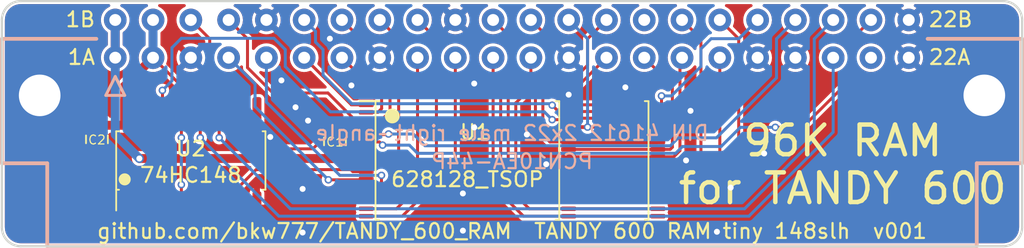
<source format=kicad_pcb>
(kicad_pcb (version 20211014) (generator pcbnew)
  (title_block (title "TANDY 600 RAM tiny 148slh") (date "2022-09-24") (rev "001") (company "Brian K. White - b.kenyon.w@gmail.com") (comment 1 "LICENSE: CC-BY-SA 4.0") (comment 2 "github.com/bkw777/TANDY_600_RAM"))
  (layers (0 "F.Cu" signal) (31 "B.Cu" signal) (34 "B.Paste" user) (35 "F.Paste" user) (36 "B.SilkS" user "B.Silkscreen") (37 "F.SilkS" user "F.Silkscreen") (38 "B.Mask" user) (39 "F.Mask" user) (44 "Edge.Cuts" user))
  (net 0 "")
  (net 1 "GND")
  (net 2 "VMEM")
  (net 3 "VCC")
  (net 4 "/A14")
  (net 5 "/A13")
  (net 6 "/A12")
  (net 7 "/A11")
  (net 8 "/A10")
  (net 9 "/A9")
  (net 10 "/A8")
  (net 11 "/A7")
  (net 12 "/A6")
  (net 13 "/A5")
  (net 14 "/A4")
  (net 15 "/A3")
  (net 16 "/A2")
  (net 17 "/A1")
  (net 18 "/A0")
  (net 19 "/D7")
  (net 20 "/D6")
  (net 21 "/D5")
  (net 22 "/D4")
  (net 23 "/D3")
  (net 24 "/D2")
  (net 25 "/D1")
  (net 26 "/D0")
  (net 27 "/~{OE}")
  (net 28 "/~{WE}")
  (net 29 "/CS2")
  (net 30 "/A15")
  (net 31 "/A16")
  (net 32 "/~{CS1}")
  (net 33 "/~{CS1_B}")
  (net 34 "/~{CS1_C}")
  (net 35 "/~{CS1_A}")
  (footprint "000_LOCAL:TSOP32-dual" (layer "F.Cu") (at 146.05 109.75)
    (fp_text reference "U1" (at -2.492 -1.905) (layer "F.SilkS"))
    (fp_text value "628128_TSOP" (at -3 1.27) (layer "F.SilkS"))
    (fp_line (start 3.175 4) (end 3.175 -4) (layer "F.SilkS") (width 0.12))
    (fp_line (start 3.175 4) (end 2.925 4) (layer "F.SilkS") (width 0.12))
    (fp_line (start 9.175 4) (end 8.925 4) (layer "F.SilkS") (width 0.12))
    (fp_line (start -9.175 4) (end -8.925 4) (layer "F.SilkS") (width 0.12))
    (fp_line (start 9.175 4) (end 9.175 -4) (layer "F.SilkS") (width 0.12))
    (fp_line (start -10.25 -4) (end -8.925 -4) (layer "F.SilkS") (width 0.12))
    (fp_line (start -9.175 -4) (end -9.175 4) (layer "F.SilkS") (width 0.12))
    (fp_line (start 9.175 -4) (end 8.925 -4) (layer "F.SilkS") (width 0.12))
    (fp_line (start 3.175 -4) (end 2.925 -4) (layer "F.SilkS") (width 0.12))
    (fp_circle (center -8.05 -3) (end -8.05 -2.75) (layer "F.SilkS") (width 0.5) (fill none))
    (pad "1" smd roundrect (at -9.8 -3.75 270) (size 0.3 1) (layers "F.Cu" "F.Paste" "F.Mask") (net 7 "/A11"))
    (pad "2" smd roundrect (at -9.8 -3.25 270) (size 0.3 1) (layers "F.Cu" "F.Paste" "F.Mask") (net 9 "/A9"))
    (pad "3" smd roundrect (at -9.8 -2.75 270) (size 0.3 1) (layers "F.Cu" "F.Paste" "F.Mask") (net 10 "/A8"))
    (pad "4" smd roundrect (at -9.8 -2.25 270) (size 0.3 1) (layers "F.Cu" "F.Paste" "F.Mask") (net 5 "/A13"))
    (pad "5" smd roundrect (at -9.8 -1.75 270) (size 0.3 1) (layers "F.Cu" "F.Paste" "F.Mask") (net 28 "/~{WE}"))
    (pad "6" smd roundrect (at -9.8 -1.25 270) (size 0.3 1) (layers "F.Cu" "F.Paste" "F.Mask") (net 29 "/CS2"))
    (pad "7" smd roundrect (at -9.8 -0.75 270) (size 0.3 1) (layers "F.Cu" "F.Paste" "F.Mask") (net 30 "/A15"))
    (pad "8" smd roundrect (at -9.8 -0.25 270) (size 0.3 1) (layers "F.Cu" "F.Paste" "F.Mask") (net 2 "VMEM"))
    (pad "9" smd roundrect (at -9.8 0.25 270) (size 0.3 1) (layers "F.Cu" "F.Paste" "F.Mask"))
    (pad "10" smd roundrect (at -9.8 0.75 270) (size 0.3 1) (layers "F.Cu" "F.Paste" "F.Mask") (net 31 "/A16"))
    (pad "11" smd roundrect (at -9.8 1.25 270) (size 0.3 1) (layers "F.Cu" "F.Paste" "F.Mask") (net 4 "/A14"))
    (pad "12" smd roundrect (at -9.8 1.75 270) (size 0.3 1) (layers "F.Cu" "F.Paste" "F.Mask") (net 6 "/A12"))
    (pad "13" smd roundrect (at -9.8 2.25 270) (size 0.3 1) (layers "F.Cu" "F.Paste" "F.Mask") (net 11 "/A7"))
    (pad "14" smd roundrect (at -9.8 2.75 270) (size 0.3 1) (layers "F.Cu" "F.Paste" "F.Mask") (net 12 "/A6"))
    (pad "15" smd roundrect (at -9.8 3.25 270) (size 0.3 1) (layers "F.Cu" "F.Paste" "F.Mask") (net 13 "/A5"))
    (pad "16" smd roundrect (at -9.8 3.75 270) (size 0.3 1) (layers "F.Cu" "F.Paste" "F.Mask") (net 14 "/A4"))
    (pad "17" smd roundrect (at 9.8 3.75 270) (size 0.3 1) (layers "F.Cu" "F.Paste" "F.Mask") (net 15 "/A3"))
    (pad "17" smd roundrect (at 3.8 3.75 270) (size 0.3 1) (layers "F.Cu" "F.Paste" "F.Mask") (net 15 "/A3"))
    (pad "18" smd roundrect (at 9.8 3.25 270) (size 0.3 1) (layers "F.Cu" "F.Paste" "F.Mask") (net 16 "/A2"))
    (pad "18" smd roundrect (at 3.8 3.25 270) (size 0.3 1) (layers "F.Cu" "F.Paste" "F.Mask") (net 16 "/A2"))
    (pad "19" smd roundrect (at 9.8 2.75 270) (size 0.3 1) (layers "F.Cu" "F.Paste" "F.Mask") (net 17 "/A1"))
    (pad "19" smd roundrect (at 3.8 2.75 270) (size 0.3 1) (layers "F.Cu" "F.Paste" "F.Mask") (net 17 "/A1"))
    (pad "20" smd roundrect (at 3.8 2.25 270) (size 0.3 1) (layers "F.Cu" "F.Paste" "F.Mask") (net 18 "/A0"))
    (pad "20" smd roundrect (at 9.8 2.25 270) (size 0.3 1) (layers "F.Cu" "F.Paste" "F.Mask") (net 18 "/A0"))
    (pad "21" smd roundrect (at 9.8 1.75 270) (size 0.3 1) (layers "F.Cu" "F.Paste" "F.Mask") (net 26 "/D0"))
    (pad "21" smd roundrect (at 3.8 1.75 270) (size 0.3 1) (layers "F.Cu" "F.Paste" "F.Mask") (net 26 "/D0"))
    (pad "22" smd roundrect (at 3.8 1.25 270) (size 0.3 1) (layers "F.Cu" "F.Paste" "F.Mask") (net 25 "/D1"))
    (pad "22" smd roundrect (at 9.8 1.25 270) (size 0.3 1) (layers "F.Cu" "F.Paste" "F.Mask") (net 25 "/D1"))
    (pad "23" smd roundrect (at 9.8 0.75 270) (size 0.3 1) (layers "F.Cu" "F.Paste" "F.Mask") (net 24 "/D2"))
    (pad "23" smd roundrect (at 3.8 0.75 270) (size 0.3 1) (layers "F.Cu" "F.Paste" "F.Mask") (net 24 "/D2"))
    (pad "24" smd roundrect (at 9.8 0.25 270) (size 0.3 1) (layers "F.Cu" "F.Paste" "F.Mask") (net 1 "GND"))
    (pad "24" smd roundrect (at 3.8 0.25 270) (size 0.3 1) (layers "F.Cu" "F.Paste" "F.Mask") (net 1 "GND"))
    (pad "25" smd roundrect (at 3.8 -0.25 270) (size 0.3 1) (layers "F.Cu" "F.Paste" "F.Mask") (net 23 "/D3"))
    (pad "25" smd roundrect (at 9.8 -0.25 270) (size 0.3 1) (layers "F.Cu" "F.Paste" "F.Mask") (net 23 "/D3"))
    (pad "26" smd roundrect (at 9.8 -0.75 270) (size 0.3 1) (layers "F.Cu" "F.Paste" "F.Mask") (net 22 "/D4"))
    (pad "26" smd roundrect (at 3.8 -0.75 270) (size 0.3 1) (layers "F.Cu" "F.Paste" "F.Mask") (net 22 "/D4"))
    (pad "27" smd roundrect (at 3.8 -1.25 270) (size 0.3 1) (layers "F.Cu" "F.Paste" "F.Mask") (net 21 "/D5"))
    (pad "27" smd roundrect (at 9.8 -1.25 270) (size 0.3 1) (layers "F.Cu" "F.Paste" "F.Mask") (net 21 "/D5"))
    (pad "28" smd roundrect (at 9.8 -1.75 270) (size 0.3 1) (layers "F.Cu" "F.Paste" "F.Mask") (net 20 "/D6"))
    (pad "28" smd roundrect (at 3.8 -1.75 270) (size 0.3 1) (layers "F.Cu" "F.Paste" "F.Mask") (net 20 "/D6"))
    (pad "29" smd roundrect (at 9.8 -2.25 270) (size 0.3 1) (layers "F.Cu" "F.Paste" "F.Mask") (net 19 "/D7"))
    (pad "29" smd roundrect (at 3.8 -2.25 270) (size 0.3 1) (layers "F.Cu" "F.Paste" "F.Mask") (net 19 "/D7"))
    (pad "30" smd roundrect (at 9.8 -2.75 270) (size 0.3 1) (layers "F.Cu" "F.Paste" "F.Mask") (net 32 "/~{CS1}"))
    (pad "30" smd roundrect (at 3.8 -2.75 270) (size 0.3 1) (layers "F.Cu" "F.Paste" "F.Mask") (net 32 "/~{CS1}"))
    (pad "31" smd roundrect (at 3.8 -3.25 270) (size 0.3 1) (layers "F.Cu" "F.Paste" "F.Mask") (net 8 "/A10"))
    (pad "31" smd roundrect (at 9.8 -3.25 270) (size 0.3 1) (layers "F.Cu" "F.Paste" "F.Mask") (net 8 "/A10"))
    (pad "32" smd roundrect (at 3.8 -3.75 270) (size 0.3 1) (layers "F.Cu" "F.Paste" "F.Mask") (net 27 "/~{OE}"))
    (pad "32" smd roundrect (at 9.8 -3.75 270) (size 0.3 1) (layers "F.Cu" "F.Paste" "F.Mask") (net 27 "/~{OE}"))
  )
  (footprint "000_LOCAL:SOIC-SOP-16" (layer "F.Cu") (at 124.46 109.75 90)
    (fp_text reference "U2" (at 0.797 0) (layer "F.SilkS"))
    (fp_text value "74HC148" (at -0.981 0) (layer "F.SilkS"))
    (fp_line (start 1.9685 5.0165) (end 1.9685 4.826) (layer "F.SilkS") (width 0.12))
    (fp_line (start 1.9685 -4.826) (end 1.9685 -5.0165) (layer "F.SilkS") (width 0.12))
    (fp_line (start -3.3655 -5.0165) (end 1.9685 -5.0165) (layer "F.SilkS") (width 0.12))
    (fp_line (start -1.9685 5.0165) (end 1.9685 5.0165) (layer "F.SilkS") (width 0.12))
    (fp_line (start -1.9685 -4.826) (end -1.9685 -5.0165) (layer "F.SilkS") (width 0.12))
    (fp_line (start -1.9685 4.826) (end -1.9685 5.0165) (layer "F.SilkS") (width 0.12))
    (fp_circle (center -1.27 -4.445) (end -1.0668 -4.445) (layer "F.SilkS") (width 0.4064) (fill none))
    (pad "1" smd roundrect locked (at -3.175 -4.445 90) (size 2.2 0.6) (layers "F.Cu" "F.Paste" "F.Mask") (net 3 "VCC"))
    (pad "2" smd roundrect locked (at -3.1735 -3.175 90) (size 2.2 0.6) (layers "F.Cu" "F.Paste" "F.Mask") (net 3 "VCC"))
    (pad "3" smd roundrect locked (at -3.1735 -1.905 90) (size 2.2 0.6) (layers "F.Cu" "F.Paste" "F.Mask") (net 3 "VCC"))
    (pad "4" smd roundrect locked (at -3.1735 -0.635 90) (size 2.2 0.6) (layers "F.Cu" "F.Paste" "F.Mask") (net 3 "VCC"))
    (pad "5" smd roundrect locked (at -3.1735 0.635 90) (size 2.2 0.6) (layers "F.Cu" "F.Paste" "F.Mask") (net 1 "GND"))
    (pad "6" smd roundrect locked (at -3.1735 1.905 90) (size 2.2 0.6) (layers "F.Cu" "F.Paste" "F.Mask"))
    (pad "7" smd roundrect locked (at -3.1735 3.175 90) (size 2.2 0.6) (layers "F.Cu" "F.Paste" "F.Mask") (net 31 "/A16"))
    (pad "8" smd roundrect locked (at -3.1735 4.445 90) (size 2.2 0.6) (layers "F.Cu" "F.Paste" "F.Mask") (net 1 "GND"))
    (pad "9" smd roundrect locked (at 3.1735 4.445 90) (size 2.2 0.6) (layers "F.Cu" "F.Paste" "F.Mask") (net 30 "/A15"))
    (pad "10" smd roundrect locked (at 3.1735 3.175 90) (size 2.2 0.6) (layers "F.Cu" "F.Paste" "F.Mask") (net 35 "/~{CS1_A}"))
    (pad "11" smd roundrect locked (at 3.1735 1.905 90) (size 2.2 0.6) (layers "F.Cu" "F.Paste" "F.Mask") (net 33 "/~{CS1_B}"))
    (pad "12" smd roundrect locked (at 3.1735 0.635 90) (size 2.2 0.6) (layers "F.Cu" "F.Paste" "F.Mask") (net 34 "/~{CS1_C}"))
    (pad "13" smd roundrect locked (at 3.1735 -0.635 90) (size 2.2 0.6) (layers "F.Cu" "F.Paste" "F.Mask") (net 3 "VCC"))
    (pad "14" smd roundrect locked (at 3.1735 -1.905 90) (size 2.2 0.6) (layers "F.Cu" "F.Paste" "F.Mask") (net 32 "/~{CS1}"))
    (pad "15" smd roundrect locked (at 3.1735 -3.175 90) (size 2.2 0.6) (layers "F.Cu" "F.Paste" "F.Mask"))
    (pad "16" smd roundrect locked (at 3.1735 -4.445 90) (size 2.2 0.6) (layers "F.Cu" "F.Paste" "F.Mask") (net 3 "VCC"))
  )
  (footprint "000_LOCAL:C_0805" (layer "F.Cu") (at 134.15 108.46412 90)
    (fp_text reference "C1" (at -0.03588 0 unlocked) (layer "F.SilkS") (effects (font (size 0.6 0.6) (thickness 0.08))))
    (fp_text value "0.1uF")
    (fp_line (start -0.261252 0.735) (end 0.261252 0.735) (layer "F.SilkS") (width 0.12))
    (fp_line (start -0.261252 -0.735) (end 0.261252 -0.735) (layer "F.SilkS") (width 0.12))
    (pad "1" smd roundrect (at -0.95 0 90) (size 1 1.45) (layers "F.Cu" "F.Paste" "F.Mask") (net 2 "VMEM"))
    (pad "2" smd roundrect (at 0.95 0 90) (size 1 1.45) (layers "F.Cu" "F.Paste" "F.Mask") (net 1 "GND"))
  )
  (footprint "000_LOCAL:C_0805" (layer "F.Cu") (at 118.15 108.325 -90)
    (fp_text reference "C2" (at 0.03588 0 -180) (layer "F.SilkS") (effects (font (size 0.6 0.6) (thickness 0.08))))
    (fp_text value "0.1uF")
    (fp_line (start -0.261252 -0.735) (end 0.261252 -0.735) (layer "F.SilkS") (width 0.12))
    (fp_line (start -0.261252 0.735) (end 0.261252 0.735) (layer "F.SilkS") (width 0.12))
    (pad "1" smd roundrect (at -0.95 0 270) (size 1 1.45) (layers "F.Cu" "F.Paste" "F.Mask") (net 3 "VCC"))
    (pad "2" smd roundrect (at 0.95 0 270) (size 1 1.45) (layers "F.Cu" "F.Paste" "F.Mask") (net 1 "GND"))
  )
  (footprint "000_LOCAL:DIN 41612 2x22 male right-angle" (layer "B.Cu") (at 146.05 101.55356 180)
    (fp_text reference "J1" hide)
    (fp_text value "DIN 41612 2x22 male right-angle" (at 0 -6.35) (layer "B.SilkS") (effects (justify mirror)))
    (fp_line (start 34.29 -8.382) (end 31.242 -8.382) (layer "B.SilkS") (width 0.254))
    (fp_line (start -31.242 -8.382) (end -34.29 -8.382) (layer "B.SilkS") (width 0.254))
    (fp_line (start 34.29 0) (end 34.29 -8.382) (layer "B.SilkS") (width 0.254))
    (fp_line (start -31.242 -13.97) (end -31.242 -8.382) (layer "B.SilkS") (width 0.254))
    (fp_line (start 31.242 -13.97) (end 31.242 -8.382) (layer "B.SilkS") (width 0.254))
    (fp_line (start -34.29 0) (end -34.29 -8.382) (layer "B.SilkS") (width 0.254))
    (fp_line (start 27.305 -3.81) (end 26.67 -2.54) (layer "B.SilkS") (width 0.2))
    (fp_line (start 31.242 -13.97) (end -31.242 -13.97) (layer "B.SilkS") (width 0.254))
    (fp_line (start 26.67 -2.54) (end 26.035 -3.81) (layer "B.SilkS") (width 0.2))
    (fp_line (start -27.94 0) (end -34.29 0) (layer "B.SilkS") (width 0.254))
    (fp_line (start 27.94 0) (end 34.29 0) (layer "B.SilkS") (width 0.254))
    (fp_line (start 26.035 -3.81) (end 27.305 -3.81) (layer "B.SilkS") (width 0.2))
    (pad "1A" thru_hole circle (at 26.67 -1.27 180) (size 1.524 1.524) (drill 0.8) (layers *.Cu *.Mask) (net 2 "VMEM"))
    (pad "1B" thru_hole circle (at 26.67 1.27 180) (size 1.524 1.524) (drill 0.8) (layers *.Cu *.Mask) (net 2 "VMEM"))
    (pad "2A" thru_hole circle (at 24.13 -1.27 180) (size 1.524 1.524) (drill 0.8) (layers *.Cu *.Mask) (net 3 "VCC"))
    (pad "2B" thru_hole circle (at 24.13 1.27 180) (size 1.524 1.524) (drill 0.8) (layers *.Cu *.Mask) (net 3 "VCC"))
    (pad "3A" thru_hole circle (at 21.59 -1.27 180) (size 1.524 1.524) (drill 0.8) (layers *.Cu *.Mask) (net 1 "GND"))
    (pad "3B" thru_hole circle (at 21.59 1.27 180) (size 1.524 1.524) (drill 0.8) (layers *.Cu *.Mask) (net 35 "/~{CS1_A}"))
    (pad "4A" thru_hole circle (at 19.05 -1.27 180) (size 1.524 1.524) (drill 0.8) (layers *.Cu *.Mask) (net 4 "/A14"))
    (pad "4B" thru_hole circle (at 19.05 1.27 180) (size 1.524 1.524) (drill 0.8) (layers *.Cu *.Mask) (net 5 "/A13"))
    (pad "5A" thru_hole circle (at 16.51 -1.27 180) (size 1.524 1.524) (drill 0.8) (layers *.Cu *.Mask) (net 6 "/A12"))
    (pad "5B" thru_hole circle (at 16.51 1.27 180) (size 1.524 1.524) (drill 0.8) (layers *.Cu *.Mask) (net 1 "GND"))
    (pad "6A" thru_hole circle (at 13.97 -1.27 180) (size 1.524 1.524) (drill 0.8) (layers *.Cu *.Mask) (net 7 "/A11"))
    (pad "6B" thru_hole circle (at 13.97 1.27 180) (size 1.524 1.524) (drill 0.8) (layers *.Cu *.Mask) (net 8 "/A10"))
    (pad "7A" thru_hole circle (at 11.43 -1.27 180) (size 1.524 1.524) (drill 0.8) (layers *.Cu *.Mask) (net 9 "/A9"))
    (pad "7B" thru_hole circle (at 11.43 1.27 180) (size 1.524 1.524) (drill 0.8) (layers *.Cu *.Mask) (net 10 "/A8"))
    (pad "8A" thru_hole circle (at 8.89 -1.27 180) (size 1.524 1.524) (drill 0.8) (layers *.Cu *.Mask) (net 1 "GND"))
    (pad "8B" thru_hole circle (at 8.89 1.27 180) (size 1.524 1.524) (drill 0.8) (layers *.Cu *.Mask) (net 11 "/A7"))
    (pad "9A" thru_hole circle (at 6.35 -1.27 180) (size 1.524 1.524) (drill 0.8) (layers *.Cu *.Mask) (net 12 "/A6"))
    (pad "9B" thru_hole circle (at 6.35 1.27 180) (size 1.524 1.524) (drill 0.8) (layers *.Cu *.Mask) (net 13 "/A5"))
    (pad "10A" thru_hole circle (at 3.81 -1.27 180) (size 1.524 1.524) (drill 0.8) (layers *.Cu *.Mask) (net 14 "/A4"))
    (pad "10B" thru_hole circle (at 3.81 1.27 180) (size 1.524 1.524) (drill 0.8) (layers *.Cu *.Mask) (net 1 "GND"))
    (pad "11A" thru_hole circle (at 1.27 -1.27 180) (size 1.524 1.524) (drill 0.8) (layers *.Cu *.Mask) (net 15 "/A3"))
    (pad "11B" thru_hole circle (at 1.27 1.27 180) (size 1.524 1.524) (drill 0.8) (layers *.Cu *.Mask) (net 16 "/A2"))
    (pad "12A" thru_hole circle (at -1.27 -1.27 180) (size 1.524 1.524) (drill 0.8) (layers *.Cu *.Mask) (net 17 "/A1"))
    (pad "12B" thru_hole circle (at -1.27 1.27 180) (size 1.524 1.524) (drill 0.8) (layers *.Cu *.Mask) (net 18 "/A0"))
    (pad "13A" thru_hole circle (at -3.81 -1.27 180) (size 1.524 1.524) (drill 0.8) (layers *.Cu *.Mask) (net 1 "GND"))
    (pad "13B" thru_hole circle (at -3.81 1.27 180) (size 1.524 1.524) (drill 0.8) (layers *.Cu *.Mask) (net 19 "/D7"))
    (pad "14A" thru_hole circle (at -6.35 -1.27 180) (size 1.524 1.524) (drill 0.8) (layers *.Cu *.Mask) (net 20 "/D6"))
    (pad "14B" thru_hole circle (at -6.35 1.27 180) (size 1.524 1.524) (drill 0.8) (layers *.Cu *.Mask) (net 21 "/D5"))
    (pad "15A" thru_hole circle (at -8.89 -1.27 180) (size 1.524 1.524) (drill 0.8) (layers *.Cu *.Mask) (net 22 "/D4"))
    (pad "15B" thru_hole circle (at -8.89 1.27 180) (size 1.524 1.524) (drill 0.8) (layers *.Cu *.Mask))
    (pad "16A" thru_hole circle (at -11.43 -1.27 180) (size 1.524 1.524) (drill 0.8) (layers *.Cu *.Mask) (net 23 "/D3"))
    (pad "16B" thru_hole circle (at -11.43 1.27 180) (size 1.524 1.524) (drill 0.8) (layers *.Cu *.Mask) (net 24 "/D2"))
    (pad "17A" thru_hole circle (at -13.97 -1.27 180) (size 1.524 1.524) (drill 0.8) (layers *.Cu *.Mask) (net 25 "/D1"))
    (pad "17B" thru_hole circle (at -13.97 1.27 180) (size 1.524 1.524) (drill 0.8) (layers *.Cu *.Mask) (net 26 "/D0"))
    (pad "18A" thru_hole circle (at -16.51 -1.27 180) (size 1.524 1.524) (drill 0.8) (layers *.Cu *.Mask) (net 1 "GND"))
    (pad "18B" thru_hole circle (at -16.51 1.27 180) (size 1.524 1.524) (drill 0.8) (layers *.Cu *.Mask) (net 27 "/~{OE}"))
    (pad "19A" thru_hole circle (at -19.05 -1.27 180) (size 1.524 1.524) (drill 0.8) (layers *.Cu *.Mask) (net 1 "GND"))
    (pad "19B" thru_hole circle (at -19.05 1.27 180) (size 1.524 1.524) (drill 0.8) (layers *.Cu *.Mask) (net 28 "/~{WE}"))
    (pad "20A" thru_hole circle (at -21.59 -1.27 180) (size 1.524 1.524) (drill 0.8) (layers *.Cu *.Mask) (net 34 "/~{CS1_C}"))
    (pad "20B" thru_hole circle (at -21.59 1.27 180) (size 1.524 1.524) (drill 0.8) (layers *.Cu *.Mask) (net 33 "/~{CS1_B}"))
    (pad "21A" thru_hole circle (at -24.13 -1.27 180) (size 1.524 1.524) (drill 0.8) (layers *.Cu *.Mask))
    (pad "21B" thru_hole circle (at -24.13 1.27 180) (size 1.524 1.524) (drill 0.8) (layers *.Cu *.Mask) (net 29 "/CS2"))
    (pad "22A" thru_hole circle (at -26.67 -1.27 180) (size 1.524 1.524) (drill 0.8) (layers *.Cu *.Mask) (net 1 "GND"))
    (pad "22B" thru_hole circle (at -26.67 1.27 180) (size 1.524 1.524) (drill 0.8) (layers *.Cu *.Mask) (net 1 "GND"))
    (pad "S1" thru_hole oval (at 31.75 -3.81 180) (size 2.999999 4.500001) (drill 2.799999) (layers *.Cu *.Mask) (net 1 "GND"))
    (pad "S2" thru_hole oval (at -31.75 -3.81 180) (size 2.999999 4.500001) (drill 2.799999) (layers *.Cu *.Mask) (net 1 "GND"))
  )
  (gr_arc (start 111.76 100.28356) (mid 112.13196 99.385509) (end 113.03 99.01356) (layer "Edge.Cuts") (width 0.15))
  (gr_arc (start 179.07 99.01356) (mid 179.968011 99.385537) (end 180.34 100.28356) (layer "Edge.Cuts") (width 0.15))
  (gr_line (start 180.34 114.25356) (end 180.34 100.28356) (layer "Edge.Cuts") (width 0.15))
  (gr_arc (start 180.34 114.25356) (mid 179.968011 115.15156) (end 179.07 115.52356) (layer "Edge.Cuts") (width 0.15))
  (gr_arc (start 113.03 115.52356) (mid 112.13196 115.151588) (end 111.76 114.25356) (layer "Edge.Cuts") (width 0.15))
  (gr_line (start 113.03 99.01356) (end 179.07 99.01356) (layer "Edge.Cuts") (width 0.15))
  (gr_line (start 179.07 115.52356) (end 113.03 115.52356) (layer "Edge.Cuts") (width 0.15))
  (gr_line (start 111.76 114.25356) (end 111.76 100.28356) (layer "Edge.Cuts") (width 0.15))
  (gr_text "PCN10EA-44P" (at 146.05 109.80856) (layer "B.SilkS") (effects (font (size 1 1)) (justify mirror)))
  (gr_text "22B" (at 173.99 100.24856) (layer "F.SilkS") (effects (font (size 1 1)) (justify left)))
  (gr_text "22A" (at 173.99 102.78856) (layer "F.SilkS") (effects (font (size 1 1)) (justify left)))
  (gr_text "1A" (at 118.11 102.78856) (layer "F.SilkS") (effects (font (size 1 1)) (justify right)))
  (gr_text "1B" (at 118.11 100.24856) (layer "F.SilkS") (effects (font (size 1 1)) (justify right)))
  (gr_text "${COMMENT2}  ${TITLE}  v${REVISION}" (at 146.05 114.50756) (layer "F.SilkS") (effects (font (size 1 1))))
  (gr_text "96K RAM\nfor TANDY 600" (at 168.275 110.02756) (layer "F.SilkS") (effects (font (size 2 2) (thickness 0.3))))
  (via (at 147.05 108) (size 0.6) (drill 0.4) (layers "F.Cu" "B.Cu") (net 1))
  (via (at 142.75 114.475) (size 0.6) (drill 0.4) (layers "F.Cu" "B.Cu") (net 1))
  (via (at 149.86 105.31332) (size 0.6) (drill 0.4) (layers "F.Cu" "B.Cu") (net 1))
  (via (at 158.05 106.40412) (size 0.6) (drill 0.4) (layers "F.Cu" "B.Cu") (net 1))
  (via (at 159.825 114.55) (size 0.6) (drill 0.4) (layers "F.Cu" "B.Cu") (net 1))
  (via (at 153.67 104.82056) (size 0.6) (drill 0.4) (layers "F.Cu" "B.Cu") (net 1))
  (via (at 133.8072 101.54396) (size 0.6) (drill 0.4) (layers "F.Cu" "B.Cu") (net 1))
  (via (at 129.8 108.16412) (size 0.6) (drill 0.4) (layers "F.Cu" "B.Cu") (net 1))
  (via (at 143.51 107.52312) (size 0.6) (drill 0.4) (layers "F.Cu" "B.Cu") (net 1))
  (via (at 160.75 111.575) (size 0.6) (drill 0.4) (layers "F.Cu" "B.Cu") (net 1))
  (via (at 130.55 104.35356) (size 0.6) (drill 0.4) (layers "F.Cu" "B.Cu") (net 1))
  (via (at 131.975 111.66412) (size 0.6) (drill 0.4) (layers "F.Cu" "B.Cu") (net 1))
  (via (at 163 109.275) (size 0.6) (drill 0.4) (layers "F.Cu" "B.Cu") (net 1))
  (via (at 132.34 107.06356) (size 0.6) (drill 0.4) (layers "F.Cu" "B.Cu") (net 1))
  (via (at 131.5 106.16356) (size 0.6) (drill 0.4) (layers "F.Cu" "B.Cu") (net 1))
  (via (at 131.975 114.6) (size 0.6) (drill 0.4) (layers "F.Cu" "B.Cu") (net 1))
  (via (at 148.35 110) (size 0.6) (drill 0.4) (layers "F.Cu" "B.Cu") (net 1))
  (via (at 157.75 109.74412) (size 0.6) (drill 0.4) (layers "F.Cu" "B.Cu") (net 1))
  (via (at 135.255 104.69356) (size 0.6) (drill 0.4) (layers "F.Cu" "B.Cu") (net 1))
  (via (at 142.748 111.96812) (size 0.6) (drill 0.4) (layers "F.Cu" "B.Cu") (net 1))
  (via (at 143.51 104.56656) (size 0.6) (drill 0.4) (layers "F.Cu" "B.Cu") (net 1))
  (segment (start 121 109.61412) (end 133.95 109.61412) (width 0.6) (layer "F.Cu") (net 2))
  (segment (start 134.23588 109.5) (end 136.25 109.5) (width 0.3) (layer "F.Cu") (net 2))
  (segment (start 133.95 109.61412) (end 134.15 109.41412) (width 0.6) (layer "F.Cu") (net 2))
  (segment (start 119.38 102.82356) (end 119.38 100.28356) (width 0.6) (layer "F.Cu") (net 2))
  (segment (start 134.15 109.41412) (end 134.23588 109.5) (width 0.3) (layer "F.Cu") (net 2))
  (via (at 121 109.61412) (size 0.6) (drill 0.4) (layers "F.Cu" "B.Cu") (net 2))
  (segment (start 119.38 107.99412) (end 119.38 102.82356) (width 0.6) (layer "B.Cu") (net 2))
  (segment (start 119.38 102.82356) (end 119.38 100.28356) (width 0.6) (layer "B.Cu") (net 2))
  (segment (start 121 109.61412) (end 119.38 107.99412) (width 0.6) (layer "B.Cu") (net 2))
  (segment (start 120.015 104.72856) (end 121.92 102.82356) (width 0.6) (layer "F.Cu") (net 3))
  (segment (start 120.015 107.27912) (end 120.015 104.72856) (width 0.6) (layer "F.Cu") (net 3))
  (segment (start 123.8235 112.925) (end 120.015 112.925) (width 0.2) (layer "F.Cu") (net 3))
  (segment (start 123.825 108.21412) (end 123.825 104.72856) (width 0.2) (layer "F.Cu") (net 3))
  (segment (start 121.92 102.82356) (end 121.92 100.28356) (width 0.6) (layer "F.Cu") (net 3))
  (segment (start 123.825 104.72856) (end 121.92 102.82356) (width 0.2) (layer "F.Cu") (net 3))
  (segment (start 123.825 111.375) (end 123.825 112.9235) (width 0.2) (layer "F.Cu") (net 3))
  (segment (start 119.91912 107.375) (end 120.015 107.27912) (width 0.6) (layer "F.Cu") (net 3))
  (segment (start 118.15 107.375) (end 119.91912 107.375) (width 0.6) (layer "F.Cu") (net 3))
  (segment (start 123.825 112.9235) (end 123.8235 112.925) (width 0.2) (layer "F.Cu") (net 3))
  (via (at 123.825 108.21412) (size 0.5) (drill 0.3) (layers "F.Cu" "B.Cu") (net 3))
  (via (at 123.825 111.375) (size 0.5) (drill 0.3) (layers "F.Cu" "B.Cu") (net 3))
  (segment (start 121.92 100.28356) (end 121.92 102.82356) (width 0.6) (layer "B.Cu") (net 3))
  (segment (start 123.825 111.375) (end 123.825 108.21412) (width 0.2) (layer "B.Cu") (net 3))
  (segment (start 136.2 111.05) (end 136.25 111) (width 0.2) (layer "F.Cu") (net 4))
  (segment (start 133.7056 111.05) (end 136.2 111.05) (width 0.2) (layer "F.Cu") (net 4))
  (via (at 133.7056 111.05) (size 0.5) (drill 0.3) (layers "F.Cu" "B.Cu") (net 4))
  (segment (start 133.7056 111.05) (end 128.778 106.1224) (width 0.2) (layer "B.Cu") (net 4))
  (segment (start 128.778 104.60156) (end 127 102.82356) (width 0.2) (layer "B.Cu") (net 4))
  (segment (start 128.778 106.1224) (end 128.778 104.60156) (width 0.2) (layer "B.Cu") (net 4))
  (segment (start 128.27 103.49356) (end 128.27 101.55356) (width 0.2) (layer "F.Cu") (net 5))
  (segment (start 135.35 106.87356) (end 133.68 105.20356) (width 0.2) (layer "F.Cu") (net 5))
  (segment (start 133.68 105.20356) (end 129.98 105.20356) (width 0.2) (layer "F.Cu") (net 5))
  (segment (start 136.25 107.5) (end 135.52644 107.5) (width 0.2) (layer "F.Cu") (net 5))
  (segment (start 135.52644 107.5) (end 135.35 107.32356) (width 0.2) (layer "F.Cu") (net 5))
  (segment (start 135.35 107.32356) (end 135.35 106.87356) (width 0.2) (layer "F.Cu") (net 5))
  (segment (start 128.27 101.55356) (end 127 100.28356) (width 0.2) (layer "F.Cu") (net 5))
  (segment (start 129.98 105.20356) (end 128.27 103.49356) (width 0.2) (layer "F.Cu") (net 5))
  (segment (start 137.275 110.75) (end 137.275 111.2) (width 0.2) (layer "F.Cu") (net 6))
  (segment (start 136.975 111.5) (end 136.25 111.5) (width 0.2) (layer "F.Cu") (net 6))
  (segment (start 137.275 111.2) (end 136.975 111.5) (width 0.2) (layer "F.Cu") (net 6))
  (via (at 137.275 110.75) (size 0.5) (drill 0.3) (layers "F.Cu" "B.Cu") (net 6))
  (segment (start 129.54 105.81356) (end 129.54 102.82356) (width 0.2) (layer "B.Cu") (net 6))
  (segment (start 137.275 110.75) (end 134.47644 110.75) (width 0.2) (layer "B.Cu") (net 6))
  (segment (start 134.47644 110.75) (end 129.54 105.81356) (width 0.2) (layer "B.Cu") (net 6))
  (segment (start 135.25644 106) (end 136.25 106) (width 0.2) (layer "F.Cu") (net 7))
  (segment (start 132.08 102.82356) (end 135.25644 106) (width 0.2) (layer "F.Cu") (net 7))
  (segment (start 148.75 106.025) (end 149.175 106.45) (width 0.2) (layer "F.Cu") (net 8))
  (segment (start 149.175 106.45) (end 149.8 106.45) (width 0.2) (layer "F.Cu") (net 8))
  (segment (start 149.8 106.45) (end 149.85 106.5) (width 0.2) (layer "F.Cu") (net 8))
  (segment (start 149.9 106.45) (end 155.8 106.45) (width 0.2) (layer "F.Cu") (net 8))
  (segment (start 149.85 106.5) (end 149.9 106.45) (width 0.2) (layer "F.Cu") (net 8))
  (segment (start 155.8 106.45) (end 155.85 106.5) (width 0.2) (layer "F.Cu") (net 8))
  (via (at 148.75 106.025) (size 0.5) (drill 0.3) (layers "F.Cu" "B.Cu") (net 8))
  (segment (start 148.75 106.025) (end 148.64856 105.92356) (width 0.2) (layer "B.Cu") (net 8))
  (segment (start 148.64856 105.92356) (end 135.2785 105.92356) (width 0.2) (layer "B.Cu") (net 8))
  (segment (start 132.842 101.04556) (end 132.08 100.28356) (width 0.2) (layer "B.Cu") (net 8))
  (segment (start 135.2785 105.92356) (end 133.35 103.99506) (width 0.2) (layer "B.Cu") (net 8))
  (segment (start 133.35 103.99506) (end 133.35 102.28056) (width 0.2) (layer "B.Cu") (net 8))
  (segment (start 133.35 102.28056) (end 132.842 101.77256) (width 0.2) (layer "B.Cu") (net 8))
  (segment (start 132.842 101.77256) (end 132.842 101.04556) (width 0.2) (layer "B.Cu") (net 8))
  (segment (start 137.03956 106.5) (end 136.25 106.5) (width 0.2) (layer "F.Cu") (net 9))
  (segment (start 137.287 106.25256) (end 137.03956 106.5) (width 0.2) (layer "F.Cu") (net 9))
  (segment (start 137.287 105.49056) (end 137.287 106.25256) (width 0.2) (layer "F.Cu") (net 9))
  (segment (start 134.62 102.82356) (end 137.287 105.49056) (width 0.2) (layer "F.Cu") (net 9))
  (segment (start 135.89 101.55356) (end 134.62 100.28356) (width 0.2) (layer "F.Cu") (net 10))
  (segment (start 137.85 106.45156) (end 137.85 105.29156) (width 0.2) (layer "F.Cu") (net 10))
  (segment (start 137.30156 107) (end 137.85 106.45156) (width 0.2) (layer "F.Cu") (net 10))
  (segment (start 136.25 107) (end 137.30156 107) (width 0.2) (layer "F.Cu") (net 10))
  (segment (start 137.85 105.29156) (end 135.89 103.33156) (width 0.2) (layer "F.Cu") (net 10))
  (segment (start 135.89 103.33156) (end 135.89 101.55356) (width 0.2) (layer "F.Cu") (net 10))
  (segment (start 137.50912 112) (end 138.43 111.07912) (width 0.2) (layer "F.Cu") (net 11))
  (segment (start 138.43 111.07912) (end 138.43 101.55356) (width 0.2) (layer "F.Cu") (net 11))
  (segment (start 138.43 101.55356) (end 137.16 100.28356) (width 0.2) (layer "F.Cu") (net 11))
  (segment (start 136.25 112) (end 137.50912 112) (width 0.2) (layer "F.Cu") (net 11))
  (segment (start 139.7 110.69812) (end 137.89812 112.5) (width 0.2) (layer "F.Cu") (net 12))
  (segment (start 137.89812 112.5) (end 136.25 112.5) (width 0.2) (layer "F.Cu") (net 12))
  (segment (start 139.7 102.82356) (end 139.7 110.69812) (width 0.2) (layer "F.Cu") (net 12))
  (segment (start 136.25 113) (end 138.28712 113) (width 0.2) (layer "F.Cu") (net 13))
  (segment (start 138.28712 113) (end 140.97 110.31712) (width 0.2) (layer "F.Cu") (net 13))
  (segment (start 140.97 101.55356) (end 139.7 100.28356) (width 0.2) (layer "F.Cu") (net 13))
  (segment (start 140.97 110.31712) (end 140.97 101.55356) (width 0.2) (layer "F.Cu") (net 13))
  (segment (start 142.24 109.93612) (end 138.67612 113.5) (width 0.2) (layer "F.Cu") (net 14))
  (segment (start 138.67612 113.5) (end 136.25 113.5) (width 0.2) (layer "F.Cu") (net 14))
  (segment (start 142.24 102.82356) (end 142.24 109.93612) (width 0.2) (layer "F.Cu") (net 14))
  (segment (start 146.81988 113.5) (end 155.85 113.5) (width 0.2) (layer "F.Cu") (net 15))
  (segment (start 144.78 111.46012) (end 146.81988 113.5) (width 0.2) (layer "F.Cu") (net 15))
  (segment (start 144.78 102.82356) (end 144.78 111.46012) (width 0.2) (layer "F.Cu") (net 15))
  (segment (start 147.20888 113) (end 145.288 111.07912) (width 0.2) (layer "F.Cu") (net 16))
  (segment (start 145.288 111.07912) (end 145.288 104.85612) (width 0.2) (layer "F.Cu") (net 16))
  (segment (start 145.288 104.85612) (end 146.05 104.09412) (width 0.2) (layer "F.Cu") (net 16))
  (segment (start 146.05 101.55356) (end 144.78 100.28356) (width 0.2) (layer "F.Cu") (net 16))
  (segment (start 146.05 104.09412) (end 146.05 101.55356) (width 0.2) (layer "F.Cu") (net 16))
  (segment (start 155.85 113) (end 147.20888 113) (width 0.2) (layer "F.Cu") (net 16))
  (segment (start 145.796 110.69812) (end 147.59788 112.5) (width 0.2) (layer "F.Cu") (net 17))
  (segment (start 145.796 105.49112) (end 145.796 110.69812) (width 0.2) (layer "F.Cu") (net 17))
  (segment (start 147.59788 112.5) (end 155.85 112.5) (width 0.2) (layer "F.Cu") (net 17))
  (segment (start 147.32 102.82356) (end 147.32 103.96712) (width 0.2) (layer "F.Cu") (net 17))
  (segment (start 147.32 103.96712) (end 145.796 105.49112) (width 0.2) (layer "F.Cu") (net 17))
  (segment (start 148.02644 112) (end 146.304 110.27756) (width 0.2) (layer "F.Cu") (net 18))
  (segment (start 146.304 110.27756) (end 146.304 105.87156) (width 0.2) (layer "F.Cu") (net 18))
  (segment (start 146.304 105.87156) (end 148.59 103.58556) (width 0.2) (layer "F.Cu") (net 18))
  (segment (start 148.59 101.55356) (end 147.32 100.28356) (width 0.2) (layer "F.Cu") (net 18))
  (segment (start 148.59 103.58556) (end 148.59 101.55356) (width 0.2) (layer "F.Cu") (net 18))
  (segment (start 155.85 112) (end 148.02644 112) (width 0.2) (layer "F.Cu") (net 18))
  (segment (start 151.13 107.5) (end 155.85 107.5) (width 0.2) (layer "F.Cu") (net 19))
  (segment (start 149.85 107.5) (end 151.13 107.5) (width 0.25) (layer "F.Cu") (net 19))
  (via (at 151.13 107.5) (size 0.5) (drill 0.3) (layers "F.Cu" "B.Cu") (net 19))
  (segment (start 151.13 107.5) (end 151.13 101.55356) (width 0.2) (layer "B.Cu") (net 19))
  (segment (start 151.13 101.55356) (end 149.86 100.28356) (width 0.2) (layer "B.Cu") (net 19))
  (segment (start 155.85 108) (end 151.675 108) (width 0.2) (layer "F.Cu") (net 20))
  (segment (start 150.6 108) (end 149.85 108) (width 0.2) (layer "F.Cu") (net 20))
  (segment (start 148.8 108) (end 148.125 107.325) (width 0.2) (layer "F.Cu") (net 20))
  (segment (start 148.125 105.57456) (end 149.098 104.60156) (width 0.2) (layer "F.Cu") (net 20))
  (segment (start 150.622 104.60156) (end 152.4 102.82356) (width 0.2) (layer "F.Cu") (net 20))
  (segment (start 149.098 104.60156) (end 150.622 104.60156) (width 0.2) (layer "F.Cu") (net 20))
  (segment (start 150.7 108.1) (end 150.6 108) (width 0.2) (layer "F.Cu") (net 20))
  (segment (start 151.675 108) (end 151.575 108.1) (width 0.2) (layer "F.Cu") (net 20))
  (segment (start 148.125 107.325) (end 148.125 105.57456) (width 0.2) (layer "F.Cu") (net 20))
  (segment (start 149.85 108) (end 148.8 108) (width 0.2) (layer "F.Cu") (net 20))
  (segment (start 151.575 108.1) (end 150.7 108.1) (width 0.2) (layer "F.Cu") (net 20))
  (segment (start 147.625 105.31256) (end 148.844 104.09356) (width 0.2) (layer "F.Cu") (net 21))
  (segment (start 147.625 107.525) (end 147.625 105.31256) (width 0.2) (layer "F.Cu") (net 21))
  (segment (start 149.85 108.5) (end 148.6 108.5) (width 0.2) (layer "F.Cu") (net 21))
  (segment (start 148.6 108.5) (end 147.625 107.525) (width 0.2) (layer "F.Cu") (net 21))
  (segment (start 148.844 104.09356) (end 150.368 104.09356) (width 0.2) (layer "F.Cu") (net 21))
  (segment (start 150.368 104.09356) (end 151.13 103.33156) (width 0.2) (layer "F.Cu") (net 21))
  (segment (start 149.9 108.55) (end 149.85 108.5) (width 0.2) (layer "F.Cu") (net 21))
  (segment (start 151.13 103.33156) (end 151.13 101.55356) (width 0.2) (layer "F.Cu") (net 21))
  (segment (start 155.85 108.5) (end 155.8 108.55) (width 0.2) (layer "F.Cu") (net 21))
  (segment (start 155.8 108.55) (end 149.9 108.55) (width 0.2) (layer "F.Cu") (net 21))
  (segment (start 151.13 101.55356) (end 152.4 100.28356) (width 0.2) (layer "F.Cu") (net 21))
  (segment (start 156.83 104.71356) (end 156.83 108.85412) (width 0.2) (layer "F.Cu") (net 22))
  (segment (start 156.68412 109) (end 149.85 109) (width 0.2) (layer "F.Cu") (net 22))
  (segment (start 154.94 102.82356) (end 156.83 104.71356) (width 0.2) (layer "F.Cu") (net 22))
  (segment (start 156.83 108.85412) (end 156.68412 109) (width 0.2) (layer "F.Cu") (net 22))
  (segment (start 157.34 102.96356) (end 157.34 109.08412) (width 0.2) (layer "F.Cu") (net 23))
  (segment (start 157.34 109.08412) (end 156.92412 109.5) (width 0.2) (layer "F.Cu") (net 23))
  (segment (start 156.92412 109.5) (end 149.85 109.5) (width 0.2) (layer "F.Cu") (net 23))
  (segment (start 157.48 102.82356) (end 157.34 102.96356) (width 0.2) (layer "F.Cu") (net 23))
  (segment (start 158.75 109.80856) (end 158.05856 110.5) (width 0.2) (layer "F.Cu") (net 24))
  (segment (start 158.75 101.55356) (end 158.75 109.80856) (width 0.2) (layer "F.Cu") (net 24))
  (segment (start 157.48 100.28356) (end 158.75 101.55356) (width 0.2) (layer "F.Cu") (net 24))
  (segment (start 158.05856 110.5) (end 149.85 110.5) (width 0.2) (layer "F.Cu") (net 24))
  (segment (start 160.02 109.30056) (end 158.32056 111) (width 0.2) (layer "F.Cu") (net 25))
  (segment (start 158.32056 111) (end 149.85 111) (width 0.2) (layer "F.Cu") (net 25))
  (segment (start 160.02 102.82356) (end 160.02 109.30056) (width 0.2) (layer "F.Cu") (net 25))
  (segment (start 161.29 101.55356) (end 161.29 108.79256) (width 0.2) (layer "F.Cu") (net 26))
  (segment (start 158.58256 111.5) (end 149.85 111.5) (width 0.2) (layer "F.Cu") (net 26))
  (segment (start 161.29 108.79256) (end 158.58256 111.5) (width 0.2) (layer "F.Cu") (net 26))
  (segment (start 160.02 100.28356) (end 161.29 101.55356) (width 0.2) (layer "F.Cu") (net 26))
  (segment (start 156.1 105.4) (end 156.1 106) (width 0.2) (layer "F.Cu") (net 27))
  (segment (start 155.85 106) (end 149.85 106) (width 0.2) (layer "F.Cu") (net 27))
  (segment (start 156.1 106) (end 155.85 106) (width 0.2) (layer "F.Cu") (net 27))
  (via (at 156.1 105.4) (size 0.5) (drill 0.3) (layers "F.Cu" "B.Cu") (net 27))
  (segment (start 158.75 102.22976) (end 159.4358 101.54396) (width 0.2) (layer "B.Cu") (net 27))
  (segment (start 161.2996 101.54396) (end 162.56 100.28356) (width 0.2) (layer "B.Cu") (net 27))
  (segment (start 158.75 103.41412) (end 158.75 102.22976) (width 0.2) (layer "B.Cu") (net 27))
  (segment (start 156.76412 105.4) (end 158.75 103.41412) (width 0.2) (layer "B.Cu") (net 27))
  (segment (start 159.4358 101.54396) (end 161.2996 101.54396) (width 0.2) (layer "B.Cu") (net 27))
  (segment (start 156.1 105.4) (end 156.76412 105.4) (width 0.2) (layer "B.Cu") (net 27))
  (segment (start 137.71412 108) (end 136.25 108) (width 0.2) (layer "F.Cu") (net 28))
  (segment (start 137.75 107.96412) (end 137.71412 108) (width 0.2) (layer "F.Cu") (net 28))
  (via (at 137.75 107.96412) (size 0.5) (drill 0.3) (layers "F.Cu" "B.Cu") (net 28))
  (segment (start 159.7914 108.22416) (end 163.83 104.18556) (width 0.2) (layer "B.Cu") (net 28))
  (segment (start 139.41456 107.96412) (end 140.208 108.75756) (width 0.2) (layer "B.Cu") (net 28))
  (segment (start 157.226 108.22416) (end 159.7914 108.22416) (width 0.2) (layer "B.Cu") (net 28))
  (segment (start 140.208 108.75756) (end 156.6926 108.75756) (width 0.2) (layer "B.Cu") (net 28))
  (segment (start 137.75 107.96412) (end 139.41456 107.96412) (width 0.2) (layer "B.Cu") (net 28))
  (segment (start 156.6926 108.75756) (end 157.226 108.22416) (width 0.2) (layer "B.Cu") (net 28))
  (segment (start 163.83 101.55356) (end 165.1 100.28356) (width 0.2) (layer "B.Cu") (net 28))
  (segment (start 163.83 104.18556) (end 163.83 101.55356) (width 0.2) (layer "B.Cu") (net 28))
  (segment (start 163.75 107.51412) (end 165.58144 107.51412) (width 0.2) (layer "F.Cu") (net 29))
  (segment (start 137.13588 108.5) (end 136.25 108.5) (width 0.2) (layer "F.Cu") (net 29))
  (segment (start 165.58144 107.51412) (end 168.91 104.18556) (width 0.2) (layer "F.Cu") (net 29))
  (segment (start 137.35 108.71412) (end 137.13588 108.5) (width 0.2) (layer "F.Cu") (net 29))
  (segment (start 168.91 104.18556) (end 168.91 101.55356) (width 0.2) (layer "F.Cu") (net 29))
  (segment (start 168.91 101.55356) (end 170.18 100.28356) (width 0.2) (layer "F.Cu") (net 29))
  (via (at 137.35 108.71412) (size 0.5) (drill 0.3) (layers "F.Cu" "B.Cu") (net 29))
  (via (at 163.75 107.51412) (size 0.5) (drill 0.3) (layers "F.Cu" "B.Cu") (net 29))
  (segment (start 160.10576 108.80836) (end 157.5054 108.80836) (width 0.2) (layer "B.Cu") (net 29))
  (segment (start 139.14856 108.71412) (end 137.35 108.71412) (width 0.2) (layer "B.Cu") (net 29))
  (segment (start 157.5054 108.80836) (end 157.0482 109.26556) (width 0.2) (layer "B.Cu") (net 29))
  (segment (start 139.7 109.26556) (end 139.14856 108.71412) (width 0.2) (layer "B.Cu") (net 29))
  (segment (start 163.75 107.51412) (end 161.4 107.51412) (width 0.2) (layer "B.Cu") (net 29))
  (segment (start 161.4 107.51412) (end 160.10576 108.80836) (width 0.2) (layer "B.Cu") (net 29))
  (segment (start 157.0482 109.26556) (end 139.7 109.26556) (width 0.2) (layer "B.Cu") (net 29))
  (segment (start 134.9 108.46412) (end 135.43588 109) (width 0.2) (layer "F.Cu") (net 30))
  (segment (start 128.905 106.5765) (end 128.905 108.41912) (width 0.2) (layer "F.Cu") (net 30))
  (segment (start 128.905 108.41912) (end 129.45 108.96412) (width 0.2) (layer "F.Cu") (net 30))
  (segment (start 129.45 108.96412) (end 132.66088 108.96412) (width 0.2) (layer "F.Cu") (net 30))
  (segment (start 133.16088 108.46412) (end 134.9 108.46412) (width 0.2) (layer "F.Cu") (net 30))
  (segment (start 132.66088 108.96412) (end 133.16088 108.46412) (width 0.2) (layer "F.Cu") (net 30))
  (segment (start 135.43588 109) (end 136.25 109) (width 0.2) (layer "F.Cu") (net 30))
  (segment (start 127.635 111.57696) (end 127.635 112.9235) (width 0.2) (layer "F.Cu") (net 31))
  (segment (start 135.21412 110.36412) (end 128.84784 110.36412) (width 0.2) (layer "F.Cu") (net 31))
  (segment (start 135.35 110.5) (end 135.21412 110.36412) (width 0.2) (layer "F.Cu") (net 31))
  (segment (start 128.84784 110.36412) (end 127.635 111.57696) (width 0.2) (layer "F.Cu") (net 31))
  (segment (start 136.25 110.5) (end 135.35 110.5) (width 0.2) (layer "F.Cu") (net 31))
  (segment (start 149.85 107) (end 150.6 107) (width 0.2) (layer "F.Cu") (net 32))
  (segment (start 151.575 106.9) (end 151.675 107) (width 0.2) (layer "F.Cu") (net 32))
  (segment (start 148.75 107) (end 149.85 107) (width 0.2) (layer "F.Cu") (net 32))
  (segment (start 151.675 107) (end 155.85 107) (width 0.2) (layer "F.Cu") (net 32))
  (segment (start 122.55 105.025) (end 122.555 105.03) (width 0.2) (layer "F.Cu") (net 32))
  (segment (start 150.7 106.9) (end 151.575 106.9) (width 0.2) (layer "F.Cu") (net 32))
  (segment (start 150.6 107) (end 150.7 106.9) (width 0.2) (layer "F.Cu") (net 32))
  (segment (start 122.555 105.03) (end 122.555 106.5765) (width 0.2) (layer "F.Cu") (net 32))
  (via (at 148.75 107) (size 0.5) (drill 0.3) (layers "F.Cu" "B.Cu") (net 32))
  (via (at 122.55 105.025) (size 0.5) (drill 0.3) (layers "F.Cu" "B.Cu") (net 32))
  (segment (start 148.22156 106.47156) (end 133.858 106.47156) (width 0.2) (layer "B.Cu") (net 32))
  (segment (start 123.19 102.15356) (end 123.19 104.385) (width 0.2) (layer "B.Cu") (net 32))
  (segment (start 123.19 104.385) (end 122.55 105.025) (width 0.2) (layer "B.Cu") (net 32))
  (segment (start 130.81 103.42356) (end 130.81 102.28056) (width 0.2) (layer "B.Cu") (net 32))
  (segment (start 133.858 106.47156) (end 130.81 103.42356) (width 0.2) (layer "B.Cu") (net 32))
  (segment (start 130.048 101.51856) (end 123.825 101.51856) (width 0.2) (layer "B.Cu") (net 32))
  (segment (start 148.75 107) (end 148.22156 106.47156) (width 0.2) (layer "B.Cu") (net 32))
  (segment (start 123.825 101.51856) (end 123.19 102.15356) (width 0.2) (layer "B.Cu") (net 32))
  (segment (start 130.81 102.28056) (end 130.048 101.51856) (width 0.2) (layer "B.Cu") (net 32))
  (segment (start 126.365 108.21412) (end 126.365 106.5765) (width 0.2) (layer "F.Cu") (net 33))
  (via (at 126.365 108.21412) (size 0.5) (drill 0.3) (layers "F.Cu" "B.Cu") (net 33))
  (segment (start 131.15088 113) (end 161.68356 113) (width 0.2) (layer "B.Cu") (net 33))
  (segment (start 166.37 101.55356) (end 167.64 100.28356) (width 0.2) (layer "B.Cu") (net 33))
  (segment (start 166.37 108.31356) (end 166.37 101.55356) (width 0.2) (layer "B.Cu") (net 33))
  (segment (start 126.365 108.21412) (end 131.15088 113) (width 0.2) (layer "B.Cu") (net 33))
  (segment (start 161.68356 113) (end 166.37 108.31356) (width 0.2) (layer "B.Cu") (net 33))
  (segment (start 125.095 108.21412) (end 125.095 106.5765) (width 0.2) (layer "F.Cu") (net 34))
  (via (at 125.095 108.21412) (size 0.5) (drill 0.3) (layers "F.Cu" "B.Cu") (net 34))
  (segment (start 161.975 113.5) (end 167.64 107.835) (width 0.2) (layer "B.Cu") (net 34))
  (segment (start 125.095 108.21412) (end 130.38088 113.5) (width 0.2) (layer "B.Cu") (net 34))
  (segment (start 167.64 107.835) (end 167.64 102.82356) (width 0.2) (layer "B.Cu") (net 34))
  (segment (start 130.38088 113.5) (end 161.975 113.5) (width 0.2) (layer "B.Cu") (net 34))
  (segment (start 124.46 100.28356) (end 125.73 101.55356) (width 0.2) (layer "F.Cu") (net 35))
  (segment (start 125.73 101.55356) (end 125.73 103.42356) (width 0.2) (layer "F.Cu") (net 35))
  (segment (start 125.73 103.42356) (end 127.635 105.32856) (width 0.2) (layer "F.Cu") (net 35))
  (segment (start 127.635 105.32856) (end 127.635 106.5765) (width 0.2) (layer "F.Cu") (net 35))
  (zone (net 1) (net_name "GND") (layer "F.Cu") (connect_pads (clearance 0.2)) (min_thickness 0.2) (fill yes (thermal_gap 0.2) (thermal_bridge_width 0.4) (smoothing fillet) (radius 0.1))
    (polygon (pts (xy 146.05 115.52356) (xy 111.76 115.52356) (xy 111.76 99.01356) (xy 180.34 99.01356) (xy 180.34 115.52356)))
  )
  (zone (net 1) (net_name "GND") (layer "B.Cu") (connect_pads (clearance 0.2)) (min_thickness 0.2) (fill yes (thermal_gap 0.2) (thermal_bridge_width 0.4) (smoothing fillet) (radius 0.1))
    (polygon (pts (xy 146.05 115.52356) (xy 111.76 115.52356) (xy 111.76 99.01356) (xy 180.34 99.01356) (xy 180.34 115.52356)))
  )
)
</source>
